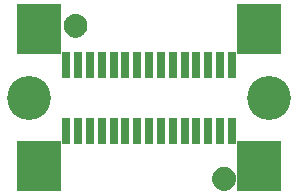
<source format=gbr>
G04 EAGLE Gerber RS-274X export*
G75*
%MOMM*%
%FSLAX34Y34*%
%LPD*%
%INSoldermask Top*%
%IPPOS*%
%AMOC8*
5,1,8,0,0,1.08239X$1,22.5*%
G01*
%ADD10R,0.753200X2.203200*%
%ADD11R,3.703200X4.203200*%
%ADD12C,3.719200*%
%ADD13C,1.203200*%
%ADD14C,0.500000*%


D10*
X197000Y117000D03*
X187000Y117000D03*
X177000Y117000D03*
X167000Y117000D03*
X157000Y117000D03*
X147000Y117000D03*
X137000Y117000D03*
X127000Y117000D03*
X117000Y117000D03*
X107000Y117000D03*
X97000Y117000D03*
X87000Y117000D03*
X77000Y117000D03*
X67000Y117000D03*
X57000Y117000D03*
D11*
X220000Y147000D03*
X34000Y147000D03*
D10*
X57000Y60800D03*
X67000Y60800D03*
X77000Y60800D03*
X87000Y60800D03*
X97000Y60800D03*
X107000Y60800D03*
X117000Y60800D03*
X127000Y60800D03*
X137000Y60800D03*
X147000Y60800D03*
X157000Y60800D03*
X167000Y60800D03*
X177000Y60800D03*
X187000Y60800D03*
X197000Y60800D03*
D11*
X34000Y30800D03*
X220000Y30800D03*
D12*
X25400Y88900D03*
X228600Y88900D03*
D13*
X190500Y20320D03*
D14*
X190500Y27820D02*
X190319Y27818D01*
X190138Y27811D01*
X189957Y27800D01*
X189776Y27785D01*
X189596Y27765D01*
X189416Y27741D01*
X189237Y27713D01*
X189059Y27680D01*
X188882Y27643D01*
X188705Y27602D01*
X188530Y27557D01*
X188355Y27507D01*
X188182Y27453D01*
X188011Y27395D01*
X187840Y27333D01*
X187672Y27266D01*
X187505Y27196D01*
X187339Y27122D01*
X187176Y27043D01*
X187015Y26961D01*
X186855Y26875D01*
X186698Y26785D01*
X186543Y26691D01*
X186390Y26594D01*
X186240Y26492D01*
X186092Y26388D01*
X185946Y26279D01*
X185804Y26168D01*
X185664Y26052D01*
X185527Y25934D01*
X185392Y25812D01*
X185261Y25687D01*
X185133Y25559D01*
X185008Y25428D01*
X184886Y25293D01*
X184768Y25156D01*
X184652Y25016D01*
X184541Y24874D01*
X184432Y24728D01*
X184328Y24580D01*
X184226Y24430D01*
X184129Y24277D01*
X184035Y24122D01*
X183945Y23965D01*
X183859Y23805D01*
X183777Y23644D01*
X183698Y23481D01*
X183624Y23315D01*
X183554Y23148D01*
X183487Y22980D01*
X183425Y22809D01*
X183367Y22638D01*
X183313Y22465D01*
X183263Y22290D01*
X183218Y22115D01*
X183177Y21938D01*
X183140Y21761D01*
X183107Y21583D01*
X183079Y21404D01*
X183055Y21224D01*
X183035Y21044D01*
X183020Y20863D01*
X183009Y20682D01*
X183002Y20501D01*
X183000Y20320D01*
X190500Y27820D02*
X190681Y27818D01*
X190862Y27811D01*
X191043Y27800D01*
X191224Y27785D01*
X191404Y27765D01*
X191584Y27741D01*
X191763Y27713D01*
X191941Y27680D01*
X192118Y27643D01*
X192295Y27602D01*
X192470Y27557D01*
X192645Y27507D01*
X192818Y27453D01*
X192989Y27395D01*
X193160Y27333D01*
X193328Y27266D01*
X193495Y27196D01*
X193661Y27122D01*
X193824Y27043D01*
X193985Y26961D01*
X194145Y26875D01*
X194302Y26785D01*
X194457Y26691D01*
X194610Y26594D01*
X194760Y26492D01*
X194908Y26388D01*
X195054Y26279D01*
X195196Y26168D01*
X195336Y26052D01*
X195473Y25934D01*
X195608Y25812D01*
X195739Y25687D01*
X195867Y25559D01*
X195992Y25428D01*
X196114Y25293D01*
X196232Y25156D01*
X196348Y25016D01*
X196459Y24874D01*
X196568Y24728D01*
X196672Y24580D01*
X196774Y24430D01*
X196871Y24277D01*
X196965Y24122D01*
X197055Y23965D01*
X197141Y23805D01*
X197223Y23644D01*
X197302Y23481D01*
X197376Y23315D01*
X197446Y23148D01*
X197513Y22980D01*
X197575Y22809D01*
X197633Y22638D01*
X197687Y22465D01*
X197737Y22290D01*
X197782Y22115D01*
X197823Y21938D01*
X197860Y21761D01*
X197893Y21583D01*
X197921Y21404D01*
X197945Y21224D01*
X197965Y21044D01*
X197980Y20863D01*
X197991Y20682D01*
X197998Y20501D01*
X198000Y20320D01*
X197998Y20139D01*
X197991Y19958D01*
X197980Y19777D01*
X197965Y19596D01*
X197945Y19416D01*
X197921Y19236D01*
X197893Y19057D01*
X197860Y18879D01*
X197823Y18702D01*
X197782Y18525D01*
X197737Y18350D01*
X197687Y18175D01*
X197633Y18002D01*
X197575Y17831D01*
X197513Y17660D01*
X197446Y17492D01*
X197376Y17325D01*
X197302Y17159D01*
X197223Y16996D01*
X197141Y16835D01*
X197055Y16675D01*
X196965Y16518D01*
X196871Y16363D01*
X196774Y16210D01*
X196672Y16060D01*
X196568Y15912D01*
X196459Y15766D01*
X196348Y15624D01*
X196232Y15484D01*
X196114Y15347D01*
X195992Y15212D01*
X195867Y15081D01*
X195739Y14953D01*
X195608Y14828D01*
X195473Y14706D01*
X195336Y14588D01*
X195196Y14472D01*
X195054Y14361D01*
X194908Y14252D01*
X194760Y14148D01*
X194610Y14046D01*
X194457Y13949D01*
X194302Y13855D01*
X194145Y13765D01*
X193985Y13679D01*
X193824Y13597D01*
X193661Y13518D01*
X193495Y13444D01*
X193328Y13374D01*
X193160Y13307D01*
X192989Y13245D01*
X192818Y13187D01*
X192645Y13133D01*
X192470Y13083D01*
X192295Y13038D01*
X192118Y12997D01*
X191941Y12960D01*
X191763Y12927D01*
X191584Y12899D01*
X191404Y12875D01*
X191224Y12855D01*
X191043Y12840D01*
X190862Y12829D01*
X190681Y12822D01*
X190500Y12820D01*
X190319Y12822D01*
X190138Y12829D01*
X189957Y12840D01*
X189776Y12855D01*
X189596Y12875D01*
X189416Y12899D01*
X189237Y12927D01*
X189059Y12960D01*
X188882Y12997D01*
X188705Y13038D01*
X188530Y13083D01*
X188355Y13133D01*
X188182Y13187D01*
X188011Y13245D01*
X187840Y13307D01*
X187672Y13374D01*
X187505Y13444D01*
X187339Y13518D01*
X187176Y13597D01*
X187015Y13679D01*
X186855Y13765D01*
X186698Y13855D01*
X186543Y13949D01*
X186390Y14046D01*
X186240Y14148D01*
X186092Y14252D01*
X185946Y14361D01*
X185804Y14472D01*
X185664Y14588D01*
X185527Y14706D01*
X185392Y14828D01*
X185261Y14953D01*
X185133Y15081D01*
X185008Y15212D01*
X184886Y15347D01*
X184768Y15484D01*
X184652Y15624D01*
X184541Y15766D01*
X184432Y15912D01*
X184328Y16060D01*
X184226Y16210D01*
X184129Y16363D01*
X184035Y16518D01*
X183945Y16675D01*
X183859Y16835D01*
X183777Y16996D01*
X183698Y17159D01*
X183624Y17325D01*
X183554Y17492D01*
X183487Y17660D01*
X183425Y17831D01*
X183367Y18002D01*
X183313Y18175D01*
X183263Y18350D01*
X183218Y18525D01*
X183177Y18702D01*
X183140Y18879D01*
X183107Y19057D01*
X183079Y19236D01*
X183055Y19416D01*
X183035Y19596D01*
X183020Y19777D01*
X183009Y19958D01*
X183002Y20139D01*
X183000Y20320D01*
D13*
X64770Y149860D03*
D14*
X64770Y157360D02*
X64589Y157358D01*
X64408Y157351D01*
X64227Y157340D01*
X64046Y157325D01*
X63866Y157305D01*
X63686Y157281D01*
X63507Y157253D01*
X63329Y157220D01*
X63152Y157183D01*
X62975Y157142D01*
X62800Y157097D01*
X62625Y157047D01*
X62452Y156993D01*
X62281Y156935D01*
X62110Y156873D01*
X61942Y156806D01*
X61775Y156736D01*
X61609Y156662D01*
X61446Y156583D01*
X61285Y156501D01*
X61125Y156415D01*
X60968Y156325D01*
X60813Y156231D01*
X60660Y156134D01*
X60510Y156032D01*
X60362Y155928D01*
X60216Y155819D01*
X60074Y155708D01*
X59934Y155592D01*
X59797Y155474D01*
X59662Y155352D01*
X59531Y155227D01*
X59403Y155099D01*
X59278Y154968D01*
X59156Y154833D01*
X59038Y154696D01*
X58922Y154556D01*
X58811Y154414D01*
X58702Y154268D01*
X58598Y154120D01*
X58496Y153970D01*
X58399Y153817D01*
X58305Y153662D01*
X58215Y153505D01*
X58129Y153345D01*
X58047Y153184D01*
X57968Y153021D01*
X57894Y152855D01*
X57824Y152688D01*
X57757Y152520D01*
X57695Y152349D01*
X57637Y152178D01*
X57583Y152005D01*
X57533Y151830D01*
X57488Y151655D01*
X57447Y151478D01*
X57410Y151301D01*
X57377Y151123D01*
X57349Y150944D01*
X57325Y150764D01*
X57305Y150584D01*
X57290Y150403D01*
X57279Y150222D01*
X57272Y150041D01*
X57270Y149860D01*
X64770Y157360D02*
X64951Y157358D01*
X65132Y157351D01*
X65313Y157340D01*
X65494Y157325D01*
X65674Y157305D01*
X65854Y157281D01*
X66033Y157253D01*
X66211Y157220D01*
X66388Y157183D01*
X66565Y157142D01*
X66740Y157097D01*
X66915Y157047D01*
X67088Y156993D01*
X67259Y156935D01*
X67430Y156873D01*
X67598Y156806D01*
X67765Y156736D01*
X67931Y156662D01*
X68094Y156583D01*
X68255Y156501D01*
X68415Y156415D01*
X68572Y156325D01*
X68727Y156231D01*
X68880Y156134D01*
X69030Y156032D01*
X69178Y155928D01*
X69324Y155819D01*
X69466Y155708D01*
X69606Y155592D01*
X69743Y155474D01*
X69878Y155352D01*
X70009Y155227D01*
X70137Y155099D01*
X70262Y154968D01*
X70384Y154833D01*
X70502Y154696D01*
X70618Y154556D01*
X70729Y154414D01*
X70838Y154268D01*
X70942Y154120D01*
X71044Y153970D01*
X71141Y153817D01*
X71235Y153662D01*
X71325Y153505D01*
X71411Y153345D01*
X71493Y153184D01*
X71572Y153021D01*
X71646Y152855D01*
X71716Y152688D01*
X71783Y152520D01*
X71845Y152349D01*
X71903Y152178D01*
X71957Y152005D01*
X72007Y151830D01*
X72052Y151655D01*
X72093Y151478D01*
X72130Y151301D01*
X72163Y151123D01*
X72191Y150944D01*
X72215Y150764D01*
X72235Y150584D01*
X72250Y150403D01*
X72261Y150222D01*
X72268Y150041D01*
X72270Y149860D01*
X72268Y149679D01*
X72261Y149498D01*
X72250Y149317D01*
X72235Y149136D01*
X72215Y148956D01*
X72191Y148776D01*
X72163Y148597D01*
X72130Y148419D01*
X72093Y148242D01*
X72052Y148065D01*
X72007Y147890D01*
X71957Y147715D01*
X71903Y147542D01*
X71845Y147371D01*
X71783Y147200D01*
X71716Y147032D01*
X71646Y146865D01*
X71572Y146699D01*
X71493Y146536D01*
X71411Y146375D01*
X71325Y146215D01*
X71235Y146058D01*
X71141Y145903D01*
X71044Y145750D01*
X70942Y145600D01*
X70838Y145452D01*
X70729Y145306D01*
X70618Y145164D01*
X70502Y145024D01*
X70384Y144887D01*
X70262Y144752D01*
X70137Y144621D01*
X70009Y144493D01*
X69878Y144368D01*
X69743Y144246D01*
X69606Y144128D01*
X69466Y144012D01*
X69324Y143901D01*
X69178Y143792D01*
X69030Y143688D01*
X68880Y143586D01*
X68727Y143489D01*
X68572Y143395D01*
X68415Y143305D01*
X68255Y143219D01*
X68094Y143137D01*
X67931Y143058D01*
X67765Y142984D01*
X67598Y142914D01*
X67430Y142847D01*
X67259Y142785D01*
X67088Y142727D01*
X66915Y142673D01*
X66740Y142623D01*
X66565Y142578D01*
X66388Y142537D01*
X66211Y142500D01*
X66033Y142467D01*
X65854Y142439D01*
X65674Y142415D01*
X65494Y142395D01*
X65313Y142380D01*
X65132Y142369D01*
X64951Y142362D01*
X64770Y142360D01*
X64589Y142362D01*
X64408Y142369D01*
X64227Y142380D01*
X64046Y142395D01*
X63866Y142415D01*
X63686Y142439D01*
X63507Y142467D01*
X63329Y142500D01*
X63152Y142537D01*
X62975Y142578D01*
X62800Y142623D01*
X62625Y142673D01*
X62452Y142727D01*
X62281Y142785D01*
X62110Y142847D01*
X61942Y142914D01*
X61775Y142984D01*
X61609Y143058D01*
X61446Y143137D01*
X61285Y143219D01*
X61125Y143305D01*
X60968Y143395D01*
X60813Y143489D01*
X60660Y143586D01*
X60510Y143688D01*
X60362Y143792D01*
X60216Y143901D01*
X60074Y144012D01*
X59934Y144128D01*
X59797Y144246D01*
X59662Y144368D01*
X59531Y144493D01*
X59403Y144621D01*
X59278Y144752D01*
X59156Y144887D01*
X59038Y145024D01*
X58922Y145164D01*
X58811Y145306D01*
X58702Y145452D01*
X58598Y145600D01*
X58496Y145750D01*
X58399Y145903D01*
X58305Y146058D01*
X58215Y146215D01*
X58129Y146375D01*
X58047Y146536D01*
X57968Y146699D01*
X57894Y146865D01*
X57824Y147032D01*
X57757Y147200D01*
X57695Y147371D01*
X57637Y147542D01*
X57583Y147715D01*
X57533Y147890D01*
X57488Y148065D01*
X57447Y148242D01*
X57410Y148419D01*
X57377Y148597D01*
X57349Y148776D01*
X57325Y148956D01*
X57305Y149136D01*
X57290Y149317D01*
X57279Y149498D01*
X57272Y149679D01*
X57270Y149860D01*
M02*

</source>
